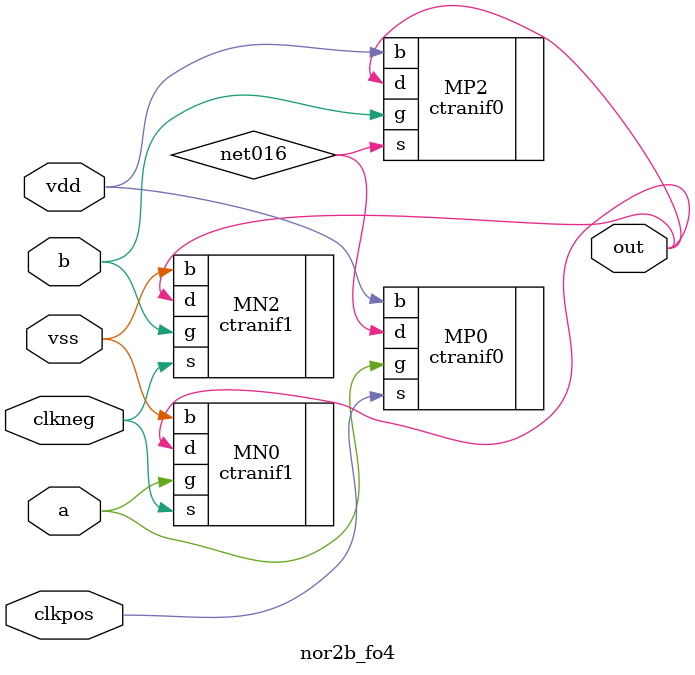
<source format=sv>

`timescale 1ns / 1ns 

module nor2b_fo4 ( out, a, b, clkneg, clkpos, vdd, vss );

output  out;

input  a, b, clkneg, clkpos, vdd, vss;


specify 
    specparam CDS_LIBNAME  = "MIPS25";
    specparam CDS_CELLNAME = "nor2b_fo4";
    specparam CDS_VIEWNAME = "schematic";
endspecify

ctranif1  MN2 ( .b(vss), .d(out), .g(b), .s(clkneg));
ctranif1  MN0 ( .b(vss), .d(out), .g(a), .s(clkneg));
ctranif0  MP2 ( .b(vdd), .s(net016), .g(b), .d(out));
ctranif0  MP0 ( .b(vdd), .s(clkpos), .g(a), .d(net016));

endmodule

</source>
